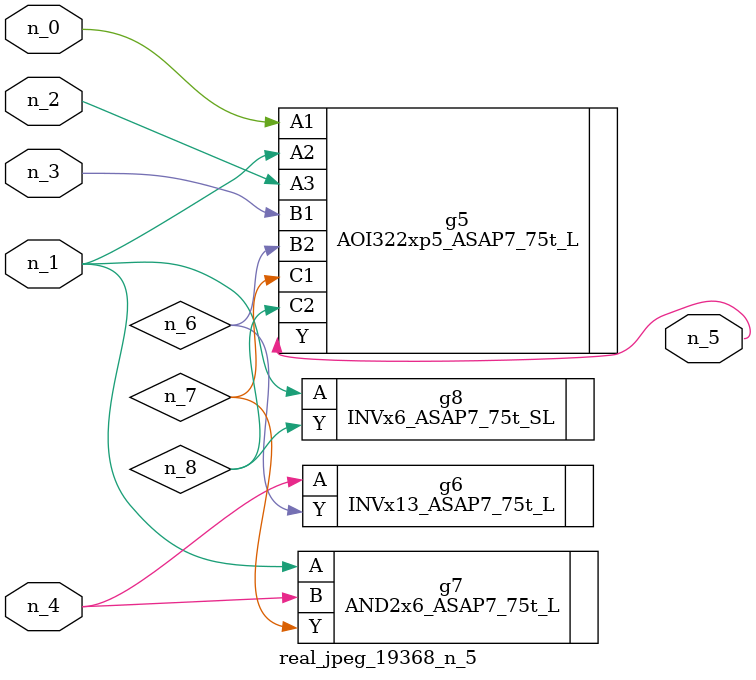
<source format=v>
module real_jpeg_19368_n_5 (n_4, n_0, n_1, n_2, n_3, n_5);

input n_4;
input n_0;
input n_1;
input n_2;
input n_3;

output n_5;

wire n_8;
wire n_6;
wire n_7;

AOI322xp5_ASAP7_75t_L g5 ( 
.A1(n_0),
.A2(n_1),
.A3(n_2),
.B1(n_3),
.B2(n_6),
.C1(n_7),
.C2(n_8),
.Y(n_5)
);

AND2x6_ASAP7_75t_L g7 ( 
.A(n_1),
.B(n_4),
.Y(n_7)
);

INVx6_ASAP7_75t_SL g8 ( 
.A(n_1),
.Y(n_8)
);

INVx13_ASAP7_75t_L g6 ( 
.A(n_4),
.Y(n_6)
);


endmodule
</source>
